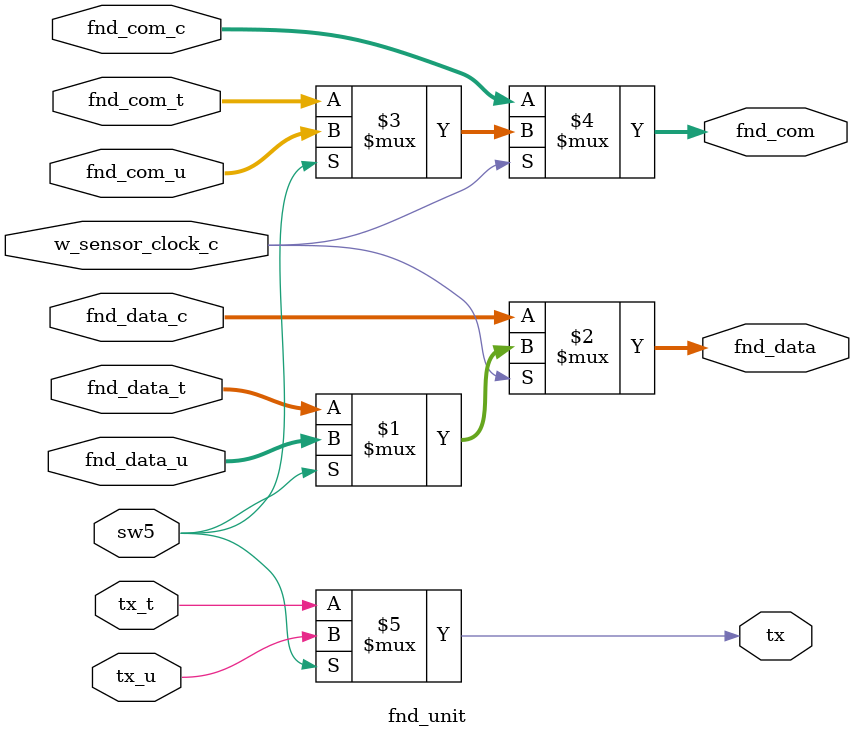
<source format=v>
`timescale 1ns / 1ps

module fnd_unit(
    input [7:0] fnd_data_c, 
    input [7:0] fnd_data_u, 
    input [7:0] fnd_data_t,
    input [3:0] fnd_com_c,
    input [3:0] fnd_com_u,
    input [3:0] fnd_com_t,
    input sw5,
    input w_sensor_clock_c,
    input tx_u,
    input tx_t,
    output [7:0] fnd_data, 
    output [3:0] fnd_com,
    output tx
);
    assign fnd_data = (w_sensor_clock_c) ? ((sw5) ? fnd_data_u : fnd_data_t) : fnd_data_c; 
    assign fnd_com = (w_sensor_clock_c) ? ((sw5) ? fnd_com_u : fnd_com_t) : fnd_com_c; 
    assign tx = (sw5) ? tx_u : tx_t; 
endmodule
</source>
